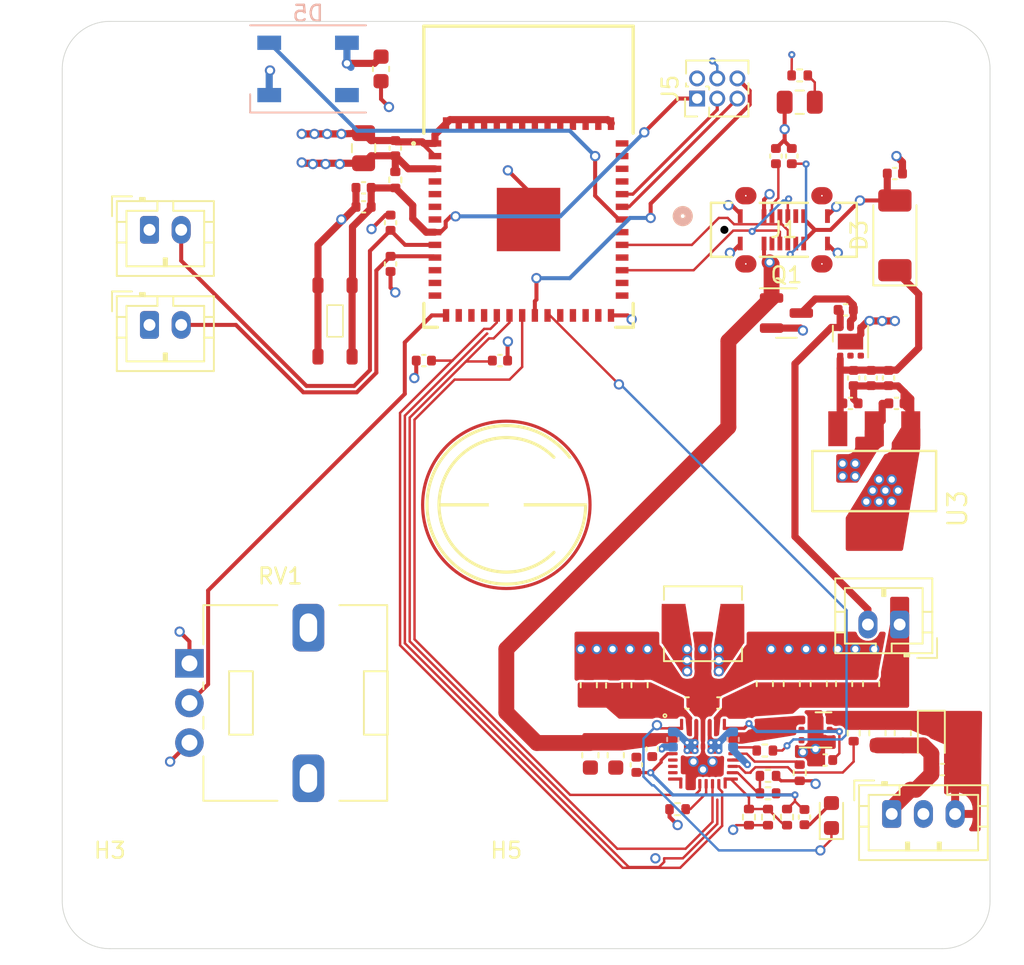
<source format=kicad_pcb>
(kicad_pcb (version 20221018) (generator pcbnew)
  (layers (0 "F.Cu" mixed) (1 "In1.Cu" power) (2 "In2.Cu" power) (31 "B.Cu" signal) (34 "B.Paste" user) (35 "F.Paste" user) (36 "B.SilkS" user "B.Silkscreen") (37 "F.SilkS" user "F.Silkscreen") (38 "B.Mask" user) (39 "F.Mask" user) (44 "Edge.Cuts" user))
  (net 0 "")
  (net 1 "/STAT")
  (net 2 "/VUSB")
  (net 3 "/BTST1")
  (net 4 "/REGN")
  (net 7 "/VAC")
  (net 8 "GND")
  (net 9 "/QON")
  (net 10 "/CE")
  (net 11 "/SCL")
  (net 12 "/SDA")
  (net 13 "/TS")
  (net 14 "/ILIM_HIZ")
  (net 15 "/BATP")
  (net 16 "/BTST2")
  (net 17 "/PROG")
  (net 18 "/INT")
  (net 19 "/VBAT")
  (net 20 "/SDRV")
  (net 21 "/VSYS")
  (net 22 "/SW2")
  (net 23 "/SW1")
  (net 24 "/PMID")
  (net 25 "/BAT+")
  (net 26 "/VBUS")
  (net 27 "+3.3V")
  (net 28 "/ESP_EN")
  (net 29 "/ADDRS_LED")
  (net 40 "/ESP_IO0")
  (net 46 "/POT")
  (net 47 "/D-")
  (net 48 "/DN_BTN")
  (net 49 "/D+")
  (net 50 "/UP_BTN")
  (net 51 "/ESP_RX")
  (net 52 "/ESP_TX")
  (net 54 "Net-(Q1-D)")
  (net 55 "/BC_INT")
  (net 56 "Net-(D2-A)")
  (net 58 "Net-(SW2-B)")
  (net 61 "Net-(D1-A)")
  (net 62 "Net-(J1-CC1)")
  (net 65 "Net-(J1-CC2)")
  (footprint "Resistor_SMD:R_0402_1005Metric" (layer "F.Cu") (at 173.3 106.7)
    (fp_text reference "R1" hide)
    (fp_text value "10k")
  )
  (footprint "Resistor_SMD:R_0402_1005Metric" (layer "F.Cu") (at 155.5 67 -90)
    (fp_text reference "R20" hide)
    (fp_text value "10k")
  )
  (footprint "Connector_PinHeader_1.27mm:PinHeader_2x03_P1.27mm_Vertical" (layer "F.Cu") (at 174.53 61.87 90)
    (fp_text reference "J5")
    (fp_text value "UART")
  )
  (footprint "Capacitor_SMD:C_0402_1005Metric" (layer "F.Cu") (at 173.9 100)
    (fp_text reference "C8" hide)
    (fp_text value ".1u")
  )
  (footprint "Connector_JST:JST_PH_B2B-PH-K_1x02_P2.00mm_Vertical" (layer "F.Cu") (at 140 76.15)
    (fp_text reference "J3" hide)
    (fp_text value "DN_BTN")
  )
  (footprint "Capacitor_SMD:C_0402_1005Metric" (layer "F.Cu") (at 155.2 72.3 -90)
    (fp_text reference "R14" hide)
    (fp_text value "100k")
  )
  (footprint "Capacitor_SMD:C_0603_1608Metric" (layer "F.Cu") (at 167.8 103.3 -90)
    (fp_text reference "C3" hide)
    (fp_text value "10u")
  )
  (footprint "Capacitor_SMD:C_0402_1005Metric" (layer "F.Cu") (at 155.2 69.7 90)
    (fp_text reference "R9" hide)
    (fp_text value "100k")
  )
  (footprint "Capacitor_SMD:C_0402_1005Metric" (layer "F.Cu") (at 187 66.6)
    (fp_text reference "R7" hide)
    (fp_text value "100k")
  )
  (footprint "Resistor_SMD:R_0402_1005Metric" (layer "F.Cu") (at 179 107.2 -90)
    (fp_text reference "R16" hide)
    (fp_text value "10k")
  )
  (footprint "Resistor_SMD:R_0402_1005Metric" (layer "F.Cu") (at 180.2 107.2 -90)
    (fp_text reference "R12" hide)
    (fp_text value "5.24k")
  )
  (footprint "Connector_JST:JST_PH_B3B-PH-K_1x03_P2.00mm_Vertical" (layer "F.Cu") (at 186.8 107)
    (fp_text reference "J4" hide)
    (fp_text value "Conn_01x03")
  )
  (footprint "Capacitor_SMD:C_0402_1005Metric" (layer "F.Cu") (at 182.6 103.6 180)
    (fp_text reference "C22" hide)
    (fp_text value "1n")
  )
  (footprint "Capacitor_SMD:C_0402_1005Metric" (layer "F.Cu") (at 162.1 78.4 180)
    (fp_text reference "R19" hide)
    (fp_text value "10k")
  )
  (footprint "Capacitor_SMD:C_0603_1608Metric" (layer "F.Cu") (at 183.8 98.8 90)
    (fp_text reference "C15" hide)
    (fp_text value "10u")
  )
  (footprint "Capacitor_SMD:C_0603_1608Metric" (layer "F.Cu") (at 167.7 98.875 90)
    (fp_text reference "C9" hide)
    (fp_text value "10u")
  )
  (footprint "Capacitor_SMD:C_0603_1608Metric" (layer "F.Cu") (at 180.5 98.8 90)
    (fp_text reference "C23" hide)
    (fp_text value "10u")
  )
  (footprint "Capacitor_SMD:C_0402_1005Metric" (layer "F.Cu") (at 184.2 81.1)
    (fp_text reference "C27" hide)
    (fp_text value "10u")
  )
  (footprint "Potentiometer_THT:Potentiometer_Alps_RK09L_Single_Vertical" (layer "F.Cu") (at 150 100)
    (fp_text reference "RV1")
    (fp_text value "R_Potentiometer")
  )
  (footprint "Capacitor_SMD:C_0805_2012Metric" (layer "F.Cu") (at 181 62.1)
    (fp_text reference "D2" hide)
    (fp_text value "LED")
  )
  (footprint "Capacitor_SMD:C_0402_1005Metric" (layer "F.Cu") (at 175.9 100 180)
    (fp_text reference "C12" hide)
    (fp_text value "0.1u")
  )
  (footprint "Switch:Tactile_5.5mmx2.85mm" (layer "F.Cu") (at 151.7 75.9 90)
    (fp_text reference "SW1" hide)
    (fp_text value "Reset")
  )
  (footprint "Capacitor_SMD:C_0603_1608Metric" (layer "F.Cu") (at 169.3 98.9 90)
    (fp_text reference "C11" hide)
    (fp_text value "10u")
  )
  (footprint "Capacitor_SMD:C_0402_1005Metric" (layer "F.Cu") (at 184.4 79.5 -90)
    (fp_text reference "C24" hide)
    (fp_text value "0.1u")
  )
  (footprint "LED_SMD:LED_0603_1608Metric" (layer "F.Cu") (at 183 107.1 90)
    (fp_text reference "D1" hide)
    (fp_text value "LED")
  )
  (footprint "Diode_SMD:D_SOD-128" (layer "F.Cu") (at 187 70.5 90)
    (fp_text reference "D3")
    (fp_text value "D_Schottky")
  )
  (footprint "ESP32MINI1N4:ESP32MINI1N4" (layer "F.Cu") (at 163.9 69.5)
    (fp_text reference "IC1" hide)
    (fp_text value "ESP32-C3-MINI-1-N4" hide)
  )
  (footprint "Resistor_SMD:R_0402_1005Metric" (layer "F.Cu") (at 181 60.41)
    (fp_text reference "R6" hide)
    (fp_text value "5.1k")
  )
  (footprint "Capacitor_SMD:C_0603_1608Metric" (layer "F.Cu") (at 178.8 98.8 90)
    (fp_text reference "C20" hide)
    (fp_text value "10u")
  )
  (footprint "Resistor_SMD:R_0402_1005Metric" (layer "F.Cu") (at 178.8 103 180)
    (fp_text reference "R2" hide)
    (fp_text value "10k")
  )
  (footprint "Lipo_Charger:BQ25792" (layer "F.Cu") (at 174.9 103.2)
    (fp_text reference "BQ25792RQMR1" hide)
    (fp_text value "~")
  )
  (footprint "Capacitor_SMD:C_0402_1005Metric" (layer "F.Cu") (at 155.5 65 90)
    (fp_text reference "C30" hide)
    (fp_text value "0.1u")
  )
  (footprint "Resistor_SMD:R_0402_1005Metric" (layer "F.Cu") (at 179 105.7)
    (fp_text reference "R11" hide)
    (fp_text value "127k")
  )
  (footprint "Capacitor_SMD:C_0603_1608Metric" (layer "F.Cu") (at 182.2 98.8 90)
    (fp_text reference "C18" hide)
    (fp_text value "10u")
  )
  (footprint "Resistor_SMD:R_0402_1005Metric" (layer "F.Cu") (at 184.4 101.9 90)
    (fp_text reference "R10" hide)
    (fp_text value "100")
  )
  (footprint "Capacitor_SMD:C_0603_1608Metric" (layer "F.Cu") (at 154.6 60 -90)
    (fp_text reference "C26" hide)
    (fp_text value "10u")
  )
  (footprint "Capacitor_SMD:C_0603_1608Metric" (layer "F.Cu") (at 185.5 98.8 90)
    (fp_text reference "C14" hide)
    (fp_text value "10u")
  )
  (footprint "Capacitor_SMD:C_0402_1005Metric" (layer "F.Cu") (at 170.7 103.9 90)
    (fp_text reference "C10" hide)
    (fp_text value "4.7u")
  )
  (footprint "Resistor_SMD:R_0402_1005Metric" (layer "F.Cu") (at 181 104.4 -90)
    (fp_text reference "R15" hide)
    (fp_text value "6.04k")
  )
  (footprint "Package_TO_SOT_SMD:SOT-23" (layer "F.Cu") (at 180.1625 75.4)
    (fp_text reference "Q1")
    (fp_text value "2N7002")
  )
  (footprint "Resistor_SMD:R_0402_1005Metric" (layer "F.Cu") (at 177.8 107.2 -90)
    (fp_text reference "R13" hide)
    (fp_text value "30.31k")
  )
  (footprint "Package_SON:WSON-6-1EP_2x2mm_P0.65mm_EP1x1.6mm" (layer "F.Cu") (at 182 101.7)
    (fp_text reference "U2" hide)
    (fp_text value "TPS22810DRV")
  )
  (footprint "Capacitor_SMD:C_0402_1005Metric" (layer "F.Cu") (at 153.5 68.7 180)
    (fp_text reference "C4" hide)
    (fp_text value "0.1u")
  )
  (footprint "Capacitor_SMD:C_0603_1608Metric" (layer "F.Cu") (at 187.5 101.9 -90)
    (fp_text reference "C16" hide)
    (fp_text value "10u")
  )
  (footprint "Capacitor_SMD:C_0402_1005Metric" (layer "F.Cu") (at 180.5 65.5 90)
    (fp_text reference "R4" hide)
    (fp_text value "5.1k")
  )
  (footprint "Inductor_SMD:L_Sunlord_MWSA0402S" (layer "F.Cu") (at 174.9 95 180)
    (fp_text reference "L1" hide)
    (fp_text value "1u")
  )
  (footprint "Capacitor_SMD:C_0402_1005Metric" (layer "F.Cu") (at 181.3 107.2 -90)
    (fp_text reference "R5" hide)
    (fp_text value "5.1k")
  )
  (footprint "Capacitor_SMD:C_0402_1005Metric" (layer "F.Cu") (at 179.5 65.5 90)
    (fp_text reference "R3" hide)
    (fp_text value "5.1k")
  )
  (footprint "Connector_JST:JST_PH_B2B-PH-K_1x02_P2.00mm_Vertical" (layer "F.Cu") (at 140 70.15)
    (fp_text reference "J2" hide)
    (fp_text value "UP_BTN")
  )
  (footprint "Capacitor_SMD:C_0402_1005Metric" (layer "F.Cu") (at 185.5 79.5 -90)
    (fp_text reference "C21" hide)
    (fp_text value "1u")
  )
  (footprint "Resistor_SMD:R_0402_1005Metric" (layer "F.Cu") (at 179 104.6)
    (fp_text reference "R17" hide)
    (fp_text value "100k")
  )
  (footprint "Connector_JST:JST_PH_B2B-PH-K_1x02_P2.00mm_Vertical" (layer "F.Cu") (at 187.3 95.05 180)
    (fp_text reference "SW2" hide)
    (fp_text value "SW_SPST")
  )
  (footprint "Capacitor_SMD:C_0805_2012Metric" (layer "F.Cu") (at 153.5 65 90)
    (fp_text reference "C29" hide)
    (fp_text value "22u")
  )
  (footprint "Package_SON:WSON-6-1EP_2x2mm_P0.65mm_EP1x1.6mm" (layer "F.Cu") (at 184.2 77.2 90)
    (fp_text reference "U1" hide)
    (fp_text value "TPS22810DRV")
  )
  (footprint "MountingHole:MountingHole_2.2mm_M2" (layer "F.Cu") (at 162.5 87.5)
    (fp_text reference "H4" hide)
    (fp_text value "MountingHole")
  )
  (footprint "MountingHole:MountingHole_2.2mm_M2" (layer "F.Cu") (at 137.5 87.5)
    (fp_text reference "H2" hide)
    (fp_text value "MountingHole")
  )
  (footprint "Capacitor_SMD:C_0402_1005Metric" (layer "F.Cu") (at 171.7 102.9 -90)
    (fp_text reference "C2" hide)
    (fp_text value "0.1u")
  )
  (footprint "MountingHole:MountingHole_2.2mm_M2" (layer "F.Cu") (at 162.5 112.5)
    (fp_text reference "H5")
    (fp_text value "MountingHole")
  )
  (footprint "MountingHole:MountingHole_2.2mm_M2" (layer "F.Cu") (at 137.5 112.5)
    (fp_text reference "H3")
    (fp_text value "MountingHole")
  )
  (footprint "Capacitor_SMD:C_0402_1005Metric" (layer "F.Cu") (at 153.5 67.5 180)
    (fp_text reference "C31" hide)
    (fp_text value "1u")
  )
  (footprint "MountingHole:MountingHole_2.2mm_M2" (layer "F.Cu") (at 190 60)
    (fp_text reference "H1" hide)
    (fp_text value "MountingHole")
  )
  (footprint "Capacitor_SMD:C_0402_1005Metric" (layer "F.Cu") (at 186.6 79.5 -90)
    (fp_text reference "C17" hide)
    (fp_text value "10u")
  )
  (footprint "Capacitor_SMD:C_0402_1005Metric" (layer "F.Cu") (at 157.3 78.4)
    (fp_text reference "R18" hide)
    (fp_text value "10k")
  )
  (footprint "Capacitor_SMD:C_0402_1005Metric" (layer "F.Cu") (at 190 104.2 180)
    (fp_text reference "C25" hide)
    (fp_text value "10uf")
  )
  (footprint "Capacitor_SMD:C_0603_1608Metric" (layer "F.Cu") (at 169.4 103.3 -90)
    (fp_text reference "C7" hide)
    (fp_text value "10u")
  )
  (footprint "Capacitor_SMD:C_0402_1005Metric" (layer "F.Cu") (at 187.1 81.1)
    (fp_text reference "C28" hide)
    (fp_text value "22u")
  )
  (footprint "AZ1117:SOT223" (layer "F.Cu") (at 185.7 86 -90)
    (fp_text reference "U3")
    (fp_text value "AZ1117-3.3")
  )
  (footprint "Capacitor_SMD:C_0402_1005Metric" (layer "F.Cu") (at 183.9 75.2 180)
    (fp_text reference "R8" hide)
    (fp_text value "100k")
  )
  (footprint "Diode_SMD:D_SOD-323F" (layer "F.Cu") (at 189.3 102.1 -90)
    (fp_text reference "D4" hide)
    (fp_text value "D_Zener")
  )
  (footprint "Capacitor_SMD:C_0603_1608Metric" (layer "F.Cu") (at 185.9 101.9 -90)
    (fp_text reference "C19" hide)
    (fp_text value "10u")
  )
  (footprint "footprints:CONN_GSB1CA11101DSHR_AMP" (layer "F.Cu") (at 180 70.150001)
    (fp_text reference "J1")
    (fp_text value "USB_C_Receptacle_USB2.0")
  )
  (footprint "Capacitor_SMD:C_0603_1608Metric" (layer "F.Cu") (at 170.9 98.875 90)
    (fp_text reference "C13" hide)
    (fp_text value "10u")
  )
  (footprint "Capacitor_SMD:C_0402_1005Metric" (layer "B.Cu") (at 176.8 102.3 -90)
    (fp_text reference "C6" hide)
    (fp_text value "47n")
  )
  (footprint "Capacitor_SMD:C_0402_1005Metric" (layer "B.Cu") (at 173 102.3 90)
    (fp_text reference "C5" hide)
    (fp_text value "47n")
  )
  (footprint "LED_SMD:LED_WS2812B_PLCC4_5.0x5.0mm_P3.2mm" (layer "B.Cu") (at 150 60 180)
    (fp_text reference "D5")
    (fp_text value "WS2812B")
  )
  (gr_circle (center 162.5 87.5) (end 167.7 88.4) (stroke (width 0.2)) (fill none) (layer "F.Cu"))
  (gr_line (start 167.5 87.5) (end 158.257362 87.499998) (stroke (width 0.2)) (layer "F.SilkS"))
  (gr_arc (start 167.499999 87.5) (mid 157.756586 89.081135) (end 166.499999 84.5) (stroke (width 0.2)) (layer "F.SilkS"))
  (gr_arc (start 165.499999 90.499999) (mid 158.257362 87.499998) (end 165.5 84.5) (stroke (width 0.2)) (layer "F.SilkS"))
  (gr_line (start 134.5 60) (end 134.5 112.5) (stroke (width 0.05)) (layer "Edge.Cuts"))
  (gr_line (start 193 112.5) (end 193 60) (stroke (width 0.05)) (layer "Edge.Cuts"))
  (gr_arc (start 190 57) (mid 192.12132 57.87868) (end 193 60) (stroke (width 0.05)) (layer "Edge.Cuts"))
  (gr_line (start 137.5 115.5) (end 190 115.5) (stroke (width 0.05)) (layer "Edge.Cuts"))
  (gr_arc (start 134.5 60) (mid 135.37868 57.87868) (end 137.5 57) (stroke (width 0.05)) (layer "Edge.Cuts"))
  (gr_line (start 190 57) (end 137.5 57) (stroke (width 0.05)) (layer "Edge.Cuts"))
  (gr_arc (start 137.5 115.5) (mid 135.37868 114.62132) (end 134.5 112.5) (stroke (width 0.05)) (layer "Edge.Cuts"))
  (gr_arc (start 193 112.5) (mid 192.12132 114.62132) (end 190 115.5) (stroke (width 0.05)) (layer "Edge.Cuts"))
  (segment (start 183 107.8875) (end 183 108.6) (width 0.154) (layer "F.Cu") (net 1))
  (segment (start 173.175 101.6) (end 172.2 101.6) (width 0.154) (layer "F.Cu") (net 1))
  (segment (start 183 108.6) (end 182.3 109.3) (width 0.154) (layer "F.Cu") (net 1))
  (segment (start 172.2 101.6) (end 172 101.4) (width 0.154) (layer "F.Cu") (net 1))
  (via (at 172 101.4) (size 0.65) (drill 0.4) (layers "F.Cu" "B.Cu") (net 1))
  (via (at 182.3 109.3) (size 0.65) (drill 0.4) (layers "F.Cu" "B.Cu") (net 1))
  (segment (start 175.9 109.3) (end 182.3 109.3) (width 0.154) (layer "B.Cu") (net 1))
  (segment (start 172 101.4) (end 171.148 102.252) (width 0.154) (layer "B.Cu") (net 1))
  (segment (start 171.8 105.2) (end 175.9 109.3) (width 0.154) (layer "B.Cu") (net 1))
  (segment (start 171.148 102.252) (end 171.148 104.648) (width 0.154) (layer "B.Cu") (net 1))
  (segment (start 171.148 104.648) (end 171.7 105.2) (width 0.154) (layer "B.Cu") (net 1))
  (segment (start 171.7 105.2) (end 171.8 105.2) (width 0.154) (layer "B.Cu") (net 1))
  (segment (start 179.225 72.325) (end 179.1 72.2) (width 1) (layer "F.Cu") (net 2))
  (segment (start 184.8 68.3) (end 187 68.3) (width 0.254) (layer "F.Cu") (net 2))
  (segment (start 176.5 82.6) (end 162.5 96.6) (width 1) (layer "F.Cu") (net 2))
  (segment (start 181.25 69.135) (end 181.25 69.4474) (width 0.254) (layer "F.Cu") (net 2))
  (segment (start 178.75 71.85) (end 178.75 70.865) (width 0.254) (layer "F.Cu") (net 2))
  (segment (start 179.225 74.45) (end 176.5 77.175) (width 1) (layer "F.Cu") (net 2))
  (segment (start 176.5 77.175) (end 176.5 82.6) (width 1) (layer "F.Cu") (net 2))
  (segment (start 181.25 69.4474) (end 181.9588 70.1562) (width 0.254) (layer "F.Cu") (net 2))
  (segment (start 179.1 72.2) (end 178.75 71.85) (width 0.254) (layer "F.Cu") (net 2))
  (segment (start 178.75 68.25) (end 178.75 69.135) (width 0.254) (layer "F.Cu") (net 2))
  (segment (start 162.5 96.6) (end 162.5 100.6) (width 1) (layer "F.Cu") (net 2))
  (segment (start 179.1 67.9) (end 178.75 68.25) (width 0.254) (layer "F.Cu") (net 2))
  (segment (start 186.52 66.6) (end 186.52 67.82) (width 0.45) (layer "F.Cu") (net 2))
  (segment (start 162.5 100.6) (end 164.425 102.525) (width 1) (layer "F.Cu") (net 2))
  (segment (start 181.25 70.865) (end 181.9588 70.1562) (width 0.254) (layer "F.Cu") (net 2))
  (segment (start 186.52 67.82) (end 187 68.3) (width 0.45) (layer "F.Cu") (net 2))
  (segment (start 179.225 74.45) (end 179.225 72.325) (width 1) (layer "F.Cu") (net 2))
  (segment (start 181.9588 70.1562) (end 182.9438 70.1562) (width 0.254) (layer "F.Cu") (net 2))
  (segment (start 164.425 102.525) (end 167.8 102.525) (width 1) (layer "F.Cu") (net 2))
  (segment (start 182.9438 70.1562) (end 184.8 68.3) (width 0.254) (layer "F.Cu") (net 2))
  (via (at 179.1 67.9) (size 0.65) (drill 0.4) (layers "F.Cu" "B.Cu") (net 2))
  (via (at 179.1 72.2) (size 0.65) (drill 0.4) (layers "F.Cu" "B.Cu") (net 2))
  (via (at 184.8 68.3) (size 0.65) (drill 0.4) (layers "F.Cu" "B.Cu") (net 2))
  (segment (start 172.4 102.8) (end 172.3 102.9) (width 0.2032) (layer "F.Cu") (net 3))
  (segment (start 173 102.8) (end 172.4 102.8) (width 0.2032) (layer "F.Cu") (net 3))
  (via (at 172.3 102.9) (size 0.45) (drill 0.2) (layers "F.Cu" "B.Cu") (net 3))
  (segment (start 173 102.78) (end 172.42 102.78) (width 0.45) (layer "B.Cu") (net 3))
  (segment (start 172.42 102.78) (end 172.3 102.9) (width 0.45) (layer "B.Cu") (net 3))
  (segment (start 180.7 106.2) (end 181.22 106.72) (width 0.154) (layer "F.Cu") (net 4))
  (segment (start 172.674015 103.2) (end 172.2616 103.612415) (width 0.2032) (layer "F.Cu") (net 4))
  (segment (start 172.2616 103.612415) (end 172.2616 103.7384) (width 0.2032) (layer "F.Cu") (net 4))
  (segment (start 171.62 104.38) (end 171.6 104.4) (width 0.2032) (layer "F.Cu") (net 4))
  (segment (start 181.22 106.72) (end 181.5 106.72) (width 0.154) (layer "F.Cu") (net 4))
  (segment (start 172.2616 103.7384) (end 171.62 104.38) (width 0.2032) (layer "F.Cu") (net 4))
  (segment (start 180.21 106.69) (end 180.7 106.2) (width 0.154) (layer "F.Cu") (net 4))
  (segment (start 180.7 105.8) (end 179.72 105.8) (width 0.2032) (layer "F.Cu") (net 4))
  (segment (start 179.72 105.8) (end 179.42 105.5) (width 0.2032) (layer "F.Cu") (net 4))
  (segment (start 180.2 106.69) (end 180.21 106.69) (width 0.154) (layer "F.Cu") (net 4))
  (segment (start 180.7 106.2) (end 180.7 105.8) (width 0.154) (layer "F.Cu") (net 4))
  (segment (start 173 103.2) (end 172.674015 103.2) (width 0.2032) (layer "F.Cu") (net 4))
  (segment (start 171.6 104.4) (end 170.7 104.38) (width 0.2032) (layer "F.Cu") (net 4))
  (via (at 180.7 105.8) (size 0.45) (drill 0.2) (layers "F.Cu" "B.Cu") (net 4))
  (via (at 171.6 104.4) (size 0.45) (drill 0.2) (layers "F.Cu" "B.Cu") (net 4))
  (segment (start 173 105.8) (end 171.6 104.4) (width 0.2032) (layer "B.Cu") (net 4))
  (segment (start 180.7 105.8) (end 173 105.8) (width 0.2032) (layer "B.Cu") (net 4))
  (segment (start 152.22 69.5) (end 153.02 68.7) (width 0.45) (layer "F.Cu") (net 8))
  (segment (start 179.51 104.6) (end 179.82 104.91) (width 0.2032) (layer "F.Cu") (net 8))
  (segment (start 158 64.7) (end 158 64.15) (width 0.45) (layer "F.Cu") (net 8))
  (segment (start 163.9 69.5) (end 163.9 67.7) (width 0.254) (layer "F.Cu") (net 8))
  (segment (start 156.5 64.6) (end 155.58 64.6) (width 0.45) (layer "F.Cu") (net 8))
  (segment (start 150.4 64.1) (end 149.6 64.1) (width 0.45) (layer "F.Cu") (net 8))
  (segment (start 183.3 71.6) (end 183.4 71.6) (width 0.254) (layer "F.Cu") (net 8))
  (segment (start 155.68 64.7) (end 158 64.7) (width 0.254) (layer "F.Cu") (net 8))
  (segment (start 177.25 71.05) (end 176.7 71.6) (width 0.254) (layer "F.Cu") (net 8))
  (segment (start 184.85 76.75) (end 184.85 76.35) (width 0.45) (layer "F.Cu") (net 8))
  (segment (start 170.15 75.55) (end 170.4 75.8) (width 0.254) (layer "F.Cu") (net 8))
  (segment (start 149.6 64.1) (end 149.65 64.05) (width 0.45) (layer "F.Cu") (net 8))
  (segment (start 176.7 71.6) (end 176.6 71.6) (width 0.254) (layer "F.Cu") (net 8))
  (segment (start 179.82 104.91) (end 181 104.91) (width 0.2032) (layer "F.Cu") (net 8))
  (segment (start 183.3 68.7) (end 183.185 68.7) (width 0.254) (layer "F.Cu") (net 8))
  (segment (start 187.58 81.18) (end 188 81.6) (width 0.45) (layer "F.Cu") (net 8))
  (segment (start 188.325 105.475) (end 189.3 104.5) (width 1) (layer "F.Cu") (net 8))
  (segment (start 151.2 64.1) (end 150.4 64.1) (width 0.45) (layer "F.Cu") (net 8))
  (segment (start 182.75 71.05) (end 183.3 71.6) (width 0.254) (layer "F.Cu") (net 8))
  (segment (start 154.6 61.9) (end 155.1 62.4) (width 0.254) (layer "F.Cu") (net 8))
  (segment (start 176.715 68.6) (end 177.25 69.135) (width 0.254) (layer "F.Cu") (net 8))
  (segment (start 177.25 70.865) (end 177.25 71.05) (width 0.254) (layer "F.Cu") (net 8))
  (segment (start 189.3 104.5) (end 189.3 103.2) (width 1) (layer "F.Cu") (net 8))
  (segment (start 180.05 64.47) (end 179.5 65.02) (width 0.254) (layer "F.Cu") (net 8))
  (segment (start 153.02 68.7) (end 153.02 67.5) (width 0.45) (layer "F.Cu") (net 8))
  (segment (start 176.6 71.7) (end 176.7 71.6) (width 0.254) (layer "F.Cu") (net 8))
  (segment (start 187.975 105.475) (end 188.325 105.475) (width 1) (layer "F.Cu") (net 8))
  (segment (start 172.79 106.7) (end 172.79 107.19) (width 0.254) (layer "F.Cu") (net 8))
  (segment (start 153.97 64.52) (end 153.5 64.05) (width 0.45) (layer "F.Cu") (net 8))
  (segment (start 155.58 64.6) (end 155.5 64.52) (width 0.45) (layer "F.Cu") (net 8))
  (segment (start 158.95 63.2) (end 168.88995 63.2) (width 0.45) (layer "F.Cu") (net 8))
  (segment (start 180.05 62.1) (end 180.05 64.47) (width 0.254) (layer "F.Cu") (net 8))
  (segment (start 157.2 64.6) (end 156.5 64.6) (width 0.45) (layer "F.Cu") (net 8))
  (segment (start 154.6 60.775) (end 154.6 61.9) (width 0.254) (layer "F.Cu") (net 8))
  (segment (start 188.775 102.675) (end 189.3 103.2) (width 1) (layer "F.Cu") (net 8))
  (segment (start 181.05 76.35) (end 181.2 76.5) (width 0.45) (layer "F.Cu") (net 8))
  (segment (start 186.2 75.9) (end 187 75.9) (width 0.45) (layer "F.Cu") (net 8))
  (segment (start 185.4 75.9) (end 186.2 75.9) (width 0.45) (layer "F.Cu") (net 8))
  (segment (start 183.4 71.6) (end 183.4 71.7) (width 0.254) (layer "F.Cu") (net 8))
  (segment (start 153.5 64.05) (end 152.1 64.1) (width 0.45) (layer "F.Cu") (net 8))
  (segment (start 180.05 64.57) (end 180.5 65.02) (width 0.254) (layer "F.Cu") (net 8))
  (segment (start 187.5 102.675) (end 188.775 102.675) (width 1) (layer "F.Cu") (net 8))
  (segment (start 158 64.7) (end 157.3 64.7) (width 0.45) (layer "F.Cu") (net 8))
  (segment (start 176.99 107.71) (end 176.8 108) (width 0.154) (layer "F.Cu") (net 8))
  (segment (start 185.9 102.675) (end 187.5 102.675) (width 1) (layer "F.Cu") (net 8))
  (segment (start 155.5 64.52) (end 155.68 64.7) (width 0.254) (layer "F.Cu") (net 8))
  (segment (start 180.05 64.47) (end 180.05 64.57) (width 0.254) (layer "F.Cu") (net 8))
  (segment (start 184.42 80) (end 187.2 80) (width 0.45) (layer "F.Cu") (net 8))
  (segment (start 188 80.8) (end 188 81.6) (width 0.45) (layer "F.Cu") (net 8))
  (segment (start 183.3 68.7) (end 182.75 69.25) (width 0.254) (layer "F.Cu") (net 8))
  (segment (start 181 104.91) (end 181.81 104.91) (width 0.2032) (layer "F.Cu") (net 8))
  (segment (start 176.6 71.6) (end 176.6 71.7) (width 0.254) (layer "F.Cu") (net 8))
  (segment (start 176.5 68.6) (end 176.715 68.6) (width 0.254) (layer "F.Cu") (net 8))
  (segment (start 157.1 64.6) (end 156.5 64.6) (width 0.254) (layer "F.Cu") (net 8))
  (segment (start 184.2 77.4) (end 184.85 76.75) (width 0.45) (layer "F.Cu") (net 8))
  (segment (start 187.48 65.88) (end 187.1 65.5) (width 0.45) (layer "F.Cu") (net 8))
  (segment (start 152.1 69.62) (end 152.1 69.5) (width 0.45) (layer "F.Cu") (net 8))
  (segment (start 181.81 104.91) (end 182 105.1) (width 0.2032) (layer "F.Cu") (net 8))
  (segment (start 187.6 80.4) (end 188 80.8) (width 0.45) (layer "F.Cu") (net 8))
  (segment (start 177.8 107.71) (end 179 107.71) (width 0.154) (layer "F.Cu") (net 8))
  (segment (start 187.58 81.1) (end 187.58 81.18) (width 0.45) (layer "F.Cu") (net 8))
  (segment (start 168.88995 63.2) (end 169.119975 63.430025) (width 0.45) (layer "F.Cu") (net 8))
  (segment (start 158 65.5) (end 157.1 64.6) (width 0.254) (layer "F.Cu") (net 8))
  (segment (start 155.5 64.52) (end 153.97 64.52) (width 0.45) (layer "F.Cu") (net 8))
  (segment (start 158 64.15) (end 158.7 63.45) (width 0.45) (layer "F.Cu") (net 8))
  (segment (start 183.4 71.7) (end 183.3 71.6) (width 0.254) (layer "F.Cu") (net 8))
  (segment (start 184.4 79.98) (end 184.42 80) (width 0.45) (layer "F.Cu") (net 8))
  (segment (start 187.58 80.42) (end 187.6 80.4) (width 0.45) (layer "F.Cu") (net 8))
  (segment (start 172.79 107.19) (end 173.3 107.7) (width 0.254) (layer "F.Cu") (net 8))
  (segment (start 179.225 76.35) (end 181.05 76.35) (width 0.45) (layer "F.Cu") (net 8))
  (segment (start 152.1 69.5) (end 152.22 69.5) (width 0.45) (layer "F.Cu") (net 8))
  (segment (start 150.625 71.095) (end 152.1 69.62) (width 0.45) (layer "F.Cu") (net 8))
  (segment (start 142.5 102.5) (end 141.3 103.7) (width 0.254) (layer "F.Cu") (net 8))
  (segment (start 177.8 107.71) (end 176.99 107.71) (width 0.154) (layer "F.Cu") (net 8))
  (segment (start 184.85 76.35) (end 185.3 75.9) (width 0.45) (layer "F.Cu") (net 8))
  (segment (start 186.8 106.65) (end 187.975 105.475) (width 1) (layer "F.Cu") (net 8))
  (segment (start 176.8 108) (end 176.8 107.9) (width 0.154) (layer "F.Cu") (net 8))
  (segment (start 169.1 75.55) (end 170.15 75.55) (width 0.254) (layer "F.Cu") (net 8))
  (segment (start 187.58 81.1) (end 187.58 80.42) (width 0.45) (layer "F.Cu") (net 8))
  (segment (start 152.1 64.1) (end 151.2 64.1) (width 0.45) (layer "F.Cu") (net 8))
  (segment (start 158.7 63.45) (end 158.95 63.2) (width 0.45) (layer "F.Cu") (net 8))
  (segment (start 188 81.6) (end 188 82.7) (width 0.45) (layer "F.Cu") (net 8))
  (segment (start 187.2 80) (end 187.6 80.4) (width 0.45) (layer "F.Cu") (net 8))
  (segment (start 157.3 64.7) (end 157.2 64.6) (width 0.45) (layer "F.Cu") (net 8))
  (segment (start 163.9 67.7) (end 162.6 66.4) (width 0.254) (layer "F.Cu") (net 8))
  (segment (start 150.625 73.65) (end 150.625 78.15) (width 0.45) (layer "F.Cu") (net 8))
  (segment (start 187.48 66.6) (end 187.48 65.88) (width 0.45) (layer "F.Cu") (net 8))
  (segment (start 142.52 102.5) (end 142.5 102.5) (width 0.254) (layer "F.Cu") (net 8))
  (segment (start 185.3 75.9) (end 185.4 75.9) (width 0.45) (layer "F.Cu") (net 8))
  (segment (start 184.68 81.1) (end 184.4 80.82) (width 0.45) (layer "F.Cu") (net 8))
  (segment (start 184.4 80.82) (end 184.4 79.98) (width 0.45) (layer "F.Cu") (net 8))
  (segment (start 150.625 73.65) (end 150.625 71.095) (width 0.45) (layer "F.Cu") (net 8))
  (segment (start 182.75 70.865) (end 182.75 71.05) (width 0.254) (layer "F.Cu") (net 8))
  (via (at 185.6 86.6) (size 0.65) (drill 0.4) (layers "F.Cu" "B.Cu") (net 8))
  (via (at 187.2 86.6) (size 0.65) (drill 0.4) (layers "F.Cu" "B.Cu") (net 8))
  (via (at 141.3 103.7) (size 0.65) (drill 0.4) (layers "F.Cu" "B.Cu") (net 8))
  (via (at 169.2 96.6) (size 0.65) (drill 0.4) (layers "F.Cu" "B.Cu") (net 8))
  (via (at 152.1 64.1) (size 0.65) (drill 0.4) (layers "F.Cu" "B.Cu") (net 8))
  (via (at 174.9 104.2) (size 0.65) (drill 0.4) (layers "F.Cu" "B.Cu") (net 8))
  (via (at 167.2 96.6) (size 0.65) (drill 0.4) (layers "F.Cu" "B.Cu") (net 8))
  (via (at 186 87.3) (size 0.65) (drill 0.4) (layers "F.Cu" "B.Cu") (net 8))
  (via (at 149.6 64.1) (size 0.65) (drill 0.4) (layers "F.Cu" "B.Cu") (net 8))
  (via (at 171.9 109.8) (size 0.65) (drill 0.4) (layers "F.Cu" "B.Cu") (net 8))
  (via (at 171.4 96.6) (size 0.65) (drill 0.4) (layers "F.Cu" "B.Cu") (net 8))
  (via (at 182.4 96.6) (size 0.65) (drill 0.4) (layers "F.Cu" "B.Cu") (net 8))
  (via (at 187.1 65.5) (size 0.65) (drill 0.4) (layers "F.Cu" "B.Cu") (net 8))
  (via (at 182 102.9) (size 0.65) (drill 0.4) (layers "F.Cu" "B.Cu") (net 8))
  (via (at 183.3 68.7) (size 0.65) (drill 0.4) (layers "F.Cu" "B.Cu") (net 8))
  (via (at 150.4 64.1) (size 0.65) (drill 0.4) (layers "F.Cu" "B.Cu") (net 8))
  (via (at 181.2 103.1) (size 0.65) (drill 0.4) (layers "F.Cu" "B.Cu") (net 8))
  (via (at 152.1 69.5) (size 0.65) (drill 0.4) (layers "F.Cu" "B.Cu") (net 8))
  (via (at 147.6 60.1) (size 0.65) (drill 0.4) (layers "F.Cu" "B.Cu") (net 8))
  (via (at 176.8 108) (size 0.65) (drill 0.4) (layers "F.Cu" "B.Cu") (net 8))
  (via (at 181.4 96.6) (size 0.65) (drill 0.4) (layers "F.Cu" "B.Cu") (net 8))
  (via (at 185.7 96.6) (size 0.65) (drill 0.4) (layers "F.Cu" "B.Cu") (net 8))
  (via (at 180.05 63.8) (size 0.65) (drill 0.4) (layers "F.Cu" "B.Cu") (net 8))
  (via (at 185.2 87.3) (size 0.65) (drill 0.4) (layers "F.Cu" "B.Cu") (net 8))
  (via (at 184.5035 96.6) (size 0.65) (drill 0.4) (layers "F.Cu" "B.Cu") (net 8))
  (via (at 175.5 103.7) (size 0.65) (drill 0.4) (layers "F.Cu" "B.Cu") (net 8))
  (via (at 168.2 96.6) (size 0.65) (drill 0.4) (layers "F.Cu" "B.Cu") (net 8))
  (via (at 186 85.9) (size 0.65) (drill 0.4) (layers "F.Cu" "B.Cu") (net 8))
  (via (at 173.3 107.7) (size 0.65) (drill 0.4) (layers "F.Cu" "B.Cu") (net 8))
  (via (at 180.3 96.6) (size 0.65) (drill 0.4) (layers "F.Cu" "B.Cu") (net 8))
  (via (at 174.3 103.7) (size 0.65) (drill 0.4) (layers "F.Cu" "B.Cu") (net 8))
  (via (at 151.2 64.1) (size 0.65) (drill 0.4) (layers "F.Cu" "B.Cu") (net 8))
  (via (at 186.8 85.9) (size 0.65) (drill 0.4) (layers "F.Cu" "B.Cu") (net 8))
  (via (at 179.2 96.6) (size 0.65) (drill 0.4) (layers "F.Cu" "B.Cu") (net 8))
  (via (at 155.1 62.4) (size 0.65) (drill 0.4) (layers "F.Cu" "B.Cu") (net 8))
  (via (at 181.2 76.5) (size 0.65) (drill 0.4) (layers "F.Cu" "B.Cu") (net 8))
  (via (at 174.9 96.6) (size 0.65) (drill 0.4) (layers "F.Cu" "B.Cu") (net 8))
  (via (at 162.6 66.4) (size 0.65) (drill 0.4) (layers "F.Cu" "B.Cu") (net 8))
  (via (at 183.4005 96.6) (size 0.65) (drill 0.4) (layers "F.Cu" "B.Cu") (net 8))
  (via (at 170.4 75.8) (size 0.65) (drill 0.4) (layers "F.Cu" "B.Cu") (net 8))
  (via (at 186.4 86.6) (size 0.65) (drill 0.4) (layers "F.Cu" "B.Cu") (net 8))
  (via (at 186.2 75.9) (size 0.65) (drill 0.4) (layers "F.Cu" "B.Cu") (net 8))
  (via (at 170.3 96.6) (size 0.65) (drill 0.4) (layers "F.Cu" "B.Cu") (net 8))
  (via (at 176.6 71.6) (size 0.65) (drill 0.4) (layers "F.Cu" "B.Cu") (net 8))
  (via (at 185.4 75.9) (size 0.65) (drill 0.4) (layers "F.Cu" "B.Cu") (net 8))
  (via (at 182 105.1) (size 0.65) (drill 0.4) (layers "F.Cu" "B.Cu") (net 8))
  (via (at 183.4 71.6) (size 0.65) (drill 0.4) (layers "F.Cu" "B.Cu") (net 8))
  (via (at 175.5 59.5) (size 0.45) (drill 0.2) (layers "F.Cu" "B.Cu") (net 8))
  (via (at 187 75.9) (size 0.65) (drill 0.4) (layers "F.Cu" "B.Cu") (net 8))
  (via (at 176.5 68.6) (size 0.65) (drill 0.4) (layers "F.Cu" "B.Cu") (net 8))
  (via (at 186.8 87.3) (size 0.65) (drill 0.4) (layers "F.Cu" "B.Cu") (net 8))
  (segment (start 147.55 60.15) (end 147.6 60.1) (width 0.45) (layer "B.Cu") (net 8))
  (segment (start 175.8 59.8) (end 175.5 59.5) (width 0.154) (layer "B.Cu") (net 8))
  (segment (start 147.55 61.65) (end 147.55 60.15) (width 0.45) (layer "B.Cu") (net 8))
  (segment (start 175.8 60.6) (end 175.8 59.8) (width 0.154) (layer "B.Cu") (net 8))
  (segment (start 159.23976 79.6) (end 162.7 79.6) (width 0.154) (layer "F.Cu") (net 9))
  (segment (start 163.5 78.8) (end 163.5 75.55) (width 0.154) (layer "F.Cu") (net 9))
  (segment (start 166.52992 105.8) (end 156.712 95.98208) (width 0.154) (layer "F.Cu") (net 9))
  (segment (start 174.7 105.5) (end 174.4 105.8) (width 0.154) (layer "F.Cu") (net 9))
  (segment (start 174.4 105.8) (end 166.52992 105.8) (width 0.154) (layer "F.Cu") (net 9))
  (segment (start 162.7 79.6) (end 163.5 78.8) (width 0.154) (layer "F.Cu") (net 9))
  (segment (start 156.712 95.98208) (end 156.712 82.12776) (width 0.154) (layer "F.Cu") (net 9))
  (segment (start 156.712 82.12776) (end 159.23976 79.6) (width 0.154) (layer "F.Cu") (net 9))
  (segment (start 174.7 105.1) (end 174.7 105.5) (width 0.154) (layer "F.Cu") (net 9))
  (segment (start 173.6 106.69) (end 174.11 106.69) (width 0.154) (layer "F.Cu") (net 10))
  (segment (start 175.1 105.7) (end 175.1 105.1) (width 0.154) (layer "F.Cu") (net 10))
  (segment (start 174.11 106.69) (end 175.1 105.7) (width 0.154) (layer "F.Cu") (net 10))
  (segment (start 162.7 75.55) (end 162.7 76) (width 0.154) (layer "F.Cu") (net 11))
  (segment (start 173.804 109.196) (end 175.5 107.5) (width 0.154) (layer "F.Cu") (net 11))
  (segment (start 159.95492 78.45492) (end 156.408 82.00184) (width 0.154) (layer "F.Cu") (net 11))
  (segment (start 161.6 78.5) (end 161.55492 78.45492) (width 0.154) (layer "F.Cu") (net 11))
  (segment (start 161.40984 77) (end 159.95492 78.45492) (width 0.154) (layer "F.Cu") (net 11))
  (segment (start 162.7 76) (end 161.7 77) (width 0.154) (layer "F.Cu") (net 11))
  (segment (start 175.5 107.5) (end 175.5 105.1) (width 0.154) (layer "F.Cu") (net 11))
  (segment (start 156.408 96.108) (end 169.496 109.196) (width 0.154) (layer "F.Cu") (net 11))
  (segment (start 161.55492 78.45492) (end 159.95492 78.45492) (width 0.154) (layer "F.Cu") (net 11))
  (segment (start 156.408 82.00184) (end 156.408 96.108) (width 0.154) (layer "F.Cu") (net 11))
  (segment (start 161.7 77) (end 161.40984 77) (width 0.154) (layer "F.Cu") (net 11))
  (segment (start 169.496 109.196) (end 173.804 109.196) (width 0.154) (layer "F.Cu") (net 11))
  (segment (start 173.45984 110.4) (end 176.108 107.75184) (width 0.154) (layer "F.Cu") (net 12))
  (segment (start 170.22208 110.352) (end 156.104 96.23392) (width 0.154) (layer "F.Cu") (net 12))
  (segment (start 175.8 107.62992) (end 175.804 107.62592) (width 0.154) (layer "F.Cu") (net 12))
  (segment (start 175.804 107.62592) (end 175.804 106.096) (width 0.154) (layer "F.Cu") (net 12))
  (segment (start 172.452 109.8) (end 172.452 110.028646) (width 0.154) (layer "F.Cu") (net 12))
  (segment (start 156.104 81.87592) (end 161.27992 76.7) (width 0.154) (layer "F.Cu") (net 12))
  (segment (start 176.108 107.75184) (end 176.108 105.599737) (width 0.154) (layer "F.Cu") (net 12))
  (segment (start 173.62992 109.8) (end 172.452 109.8) (width 0.154) (layer "F.Cu") (net 12))
  (segment (start 159.1 78.4) (end 157.78 78.4) (width 0.154) (layer "F.Cu") (net 12))
  (segment (start 175.8 107.62992) (end 173.62992 109.8) (width 0.154) (layer "F.Cu") (net 12))
  (segment (start 156.104 96.23392) (end 156.104 81.87592) (width 0.154) (layer "F.Cu") (net 12))
  (segment (start 172.128646 110.352) (end 170.22208 110.352) (width 0.154) (layer "F.Cu") (net 12))
  (segment (start 161.5 76.4) (end 161.1 76.4) (width 0.154) (layer "F.Cu") (net 12))
  (segment (start 175.8 107.62992) (end 175.8 107.6) (width 0.154) (layer "F.Cu") (net 12))
  (segment (start 172.452 110.028646) (end 172.128646 110.352) (width 0.154) (layer "F.Cu") (net 12))
  (segment (start 176.108 105.599737) (end 175.9 105.391737) (width 0.154) (layer "F.Cu") (net 12))
  (segment (start 161.1 76.4) (end 159.1 78.4) (width 0.154) (layer "F.Cu") (net 12))
  (segment (start 175.9 105.391737) (end 175.9 105.1) (width 0.154) (layer "F.Cu") (net 12))
  (segment (start 155.8 96.359841) (end 169.840159 110.4) (width 0.154) (layer "F.Cu") (net 12))
  (segment (start 161.27992 76.7) (end 161.3 76.7) (width 0.154) (layer "F.Cu") (net 12))
  (segment (start 155.8 81.7) (end 155.8 96.359841) (width 0.154) (layer "F.Cu") (net 12))
  (segment (start 169.840159 110.4) (end 173.45984 110.4) (width 0.154) (layer "F.Cu") (net 12))
  (segment (start 159.125 78.375) (end 155.8 81.7) (width 0.154) (layer "F.Cu") (net 12))
  (segment (start 161.9 76) (end 161.5 76.4) (width 0.154) (layer "F.Cu") (net 12))
  (segment (start 161.9 75.55) (end 161.9 76) (width 0.154) (layer "F.Cu") (net 12))
  (segment (start 180.02 107.71) (end 179 106.69) (width 0.154) (layer "F.Cu") (net 13))
  (segment (start 176.65 104.8) (end 177.8 105.95) (width 0.154) (layer "F.Cu") (net 13))
  (segment (start 177.8 105.95) (end 177.8 106.69) (width 0.154) (layer "F.Cu") (net 13))
  (segment (start 180.2 107.71) (end 180.02 107.71) (width 0.154) (layer "F.Cu") (net 13))
  (segment (start 179 106.69) (end 177.8 106.69) (width 0.154) (layer "F.Cu") (net 13))
  (segment (start 176.75 104.4) (end 177.091737 104.4) (width 0.154) (layer "F.Cu") (net 14))
  (segment (start 178.29 105.598263) (end 178.29 105.6) (width 0.154) (layer "F.Cu") (net 14))
  (segment (start 177.091737 104.4) (end 178.29 105.598263) (width 0.154) (layer "F.Cu") (net 14))
  (segment (start 178.3 105.6) (end 178.4 105.5) (width 0.2032) (layer "F.Cu") (net 14))
  (segment (start 178.49 105.7) (end 178.49 104.6) (width 0.154) (layer "F.Cu") (net 14))
  (segment (start 177.9 104.4) (end 177.9 104.358055) (width 0.154) (layer "F.Cu") (net 15))
  (segment (start 180.253 104.053) (end 180.587 104.387) (width 0.154) (layer "F.Cu") (net 15))
  (segment (start 177.180312 104) (end 177.580312 104.4) (width 0.154) (layer "F.Cu") (net 15))
  (segment (start 180.587 104.387) (end 183.713 104.387) (width 0.154) (layer "F.Cu") (net 15))
  (segment (start 177.9 104.358055) (end 178.205055 104.053) (width 0.154) (layer "F.Cu") (net 15))
  (segment (start 177.580312 104.4) (end 177.9 104.4) (width 0.154) (layer "F.Cu") (net 15))
  (segment (start 176.775 104) (end 177.180312 104) (width 0.154) (layer "F.Cu") (net 15))
  (segment (start 183.713 104.387) (end 184.4 103.7) (width 0.154) (layer "F.Cu") (net 15))
  (segment (start 184.4 103.7) (end 184.4 102.41) (width 0.154) (layer "F.Cu") (net 15))
  (segment (start 178.205055 104.053) (end 180.253 104.053) (width 0.154) (layer "F.Cu") (net 15))
  (segment (start 177.703778 103.884241) (end 177.419537 103.6) (width 0.2032) (layer "F.Cu") (net 16))
  (segment (start 177.419537 103.6) (end 176.7625 103.6) (width 0.2032) (layer "F.Cu") (net 16))
  (via (at 177.703778 103.884241) (size 0.45) (drill 0.2) (layers "F.Cu" "B.Cu") (net 16))
  (segment (start 177.703778 103.884241) (end 176.8 102.980463) (width 0.45) (layer "B.Cu") (net 16))
  (segment (start 176.8 102.980463) (end 176.8 102.78) (width 0.45) (layer "B.Cu") (net 16))
  (segment (start 178.158055 103.7) (end 180.81 103.7) (width 0.154) (layer "F.Cu") (net 17))
  (segment (start 180.81 103.7) (end 181 103.89) (width 0.154) (layer "F.Cu") (net 17))
  (segment (start 176.8 103.2) (end 177.658055 103.2) (width 0.154) (layer "F.Cu") (net 17))
  (segment (start 177.658055 103.2) (end 178.158055 103.7) (width 0.154) (layer "F.Cu") (net 17))
  (segment (start 176.8 102.8) (end 178.09 102.8) (width 0.154) (layer "F.Cu") (net 18))
  (segment (start 178.09 102.8) (end 178.29 103) (width 0.154) (layer "F.Cu") (net 18))
  (segment (start 178.29 103) (end 178.29 103.2) (width 0.154) (layer "F.Cu") (net 18))
  (segment (start 183.5 103.18) (end 183.5 101.8) (width 0.154) (layer "F.Cu") (net 20))
  (segment (start 183.4 101.7) (end 183.5 101.8) (width 0.2032) (layer "F.Cu") (net 20))
  (segment (start 177.5 101.6) (end 176.625 101.6) (width 0.2032) (layer "F.Cu") (net 20))
  (segment (start 183.08 103.6) (end 183.5 103.18) (width 0.154) (layer "F.Cu") (net 20))
  (segment (start 182.8875 101.7) (end 183.4 101.7) (width 0.2032) (layer "F.Cu") (net 20))
  (segment (start 177.8 101.3) (end 177.5 101.6) (width 0.2032) (layer "F.Cu") (net 20))
  (via (at 183.5 101.8) (size 0.45) (drill 0.2) (layers "F.Cu" "B.Cu") (net 20))
  (via (at 177.8 101.3) (size 0.45) (drill 0.2) (layers "F.Cu" "B.Cu") (net 20))
  (segment (start 178.3 101.8) (end 183.5 101.8) (width 0.2032) (layer "B.Cu") (net 20))
  (segment (start 177.8 101.3) (end 178.3 101.8) (width 0.2032) (layer "B.Cu") (net 20))
  (via (at 175.9 102.5) (size 0.45) (drill 0.2) (layers "F.Cu" "B.Cu") (net 22))
  (via (at 175.4 102.5) (size 0.45) (drill 0.2) (layers "F.Cu" "B.Cu") (net 22))
  (via (at 175.4 103) (size 0.45) (drill 0.2) (layers "F.Cu" "B.Cu") (net 22))
  (via (at 175.9 98) (size 0.65) (drill 0.4) (layers "F.Cu" "B.Cu") (net 22))
  (via (at 175.9 96.6) (size 0.65) (drill 0.4) (layers "F.Cu" "B.Cu") (net 22))
  (via (at 175.9 103) (size 0.45) (drill 0.2) (layers "F.Cu" "B.Cu") (net 22))
  (via (at 175.9 97.3) (size 0.65) (drill 0.4) (layers "F.Cu" "B.Cu") (net 22))
  (segment (start 175.9 103) (end 175.9 102.5) (width 0.45) (layer "B.Cu") (net 22))
  (segment (start 176.58 101.82) (end 175.4 103) (width 0.45) (layer "B.Cu") (net 22))
  (segment (start 176.8 101.82) (end 176.58 101.82) (width 0.45) (layer "B.Cu") (net 22))
  (segment (start 175.4 102.5) (end 175.9 102.5) (width 0.45) (layer "B.Cu") (net 22))
  (via (at 173.9 103) (size 0.45) (drill 0.2) (layers "F.Cu" "B.Cu") (net 23))
  (via (at 173.9 97.3) (size 0.65) (drill 0.4) (layers "F.Cu" "B.Cu") (net 23))
  (via (at 174.4 102.5) (size 0.45) (drill 0.2) (layers "F.Cu" "B.Cu") (net 23))
  (via (at 174.4 103) (size 0.45) (drill 0.2) (layers "F.Cu" "B.Cu") (net 23))
  (via (at 173.9 96.6) (size 0.65) (drill 0.4) (layers "F.Cu" "B.Cu") (net 23))
  (via (at 173.9 102.5) (size 0.45) (drill 0.2) (layers "F.Cu" "B.Cu") (net 23))
  (via (at 174.4 103) (size 0.45) (drill 0.2) (layers "F.Cu" "B.Cu") (net 23))
  (via (at 173.9 98) (size 0.65) (drill 0.4) (layers "F.Cu" "B.Cu") (net 23))
  (segment (start 173 101.82) (end 173.22 101.82) (width 0.45) (layer "B.Cu") (net 23))
  (segment (start 173.9 102.5) (end 174.4 103) (width 0.45) (layer "B.Cu") (net 23))
  (segment (start 173.9 102.5) (end 174.4 102.5) (width 0.45) (layer "B.Cu") (net 23))
  (segment (start 173.22 101.82) (end 173.9 102.5) (width 0.45) (layer "B.Cu") (net 23))
  (segment (start 188.5 74.2) (end 188.5 77.6) (width 0.45) (layer "F.Cu") (net 26))
  (segment (start 187.1 79) (end 183.65 79) (width 0.45) (layer "F.Cu") (net 26))
  (segment (start 183.4 81.9) (end 183.4 82.7) (width 0.45) (layer "F.Cu") (net 26))
  (segment (start 188.5 77.6) (end 187.1 79) (width 0.45) (layer "F.Cu") (net 26))
  (segment (start 187 72.7) (end 188.5 74.2) (width 0.45) (layer "F.Cu") (net 26))
  (segment (start 183.65 79) (end 183.55 78.9) (width 0.45) (layer "F.Cu") (net 26))
  (segment (start 183.55 81.55) (end 183.55 78.2875) (width 0.45) (layer "F.Cu") (net 26))
  (segment (start 183.4 82.7) (end 183.05 82.35) (width 0.45) (layer "F.Cu") (net 26))
  (segment (start 151.1 66) (end 151.05 65.95) (width 0.45) (layer "F.Cu") (net 27))
  (segment (start 153.97 65.48) (end 153.5 65.95) (width 0.45) (layer "F.Cu") (net 27))
  (segment (start 149.65 65.95) (end 149.6 65.9) (width 0.45) (layer "F.Cu") (net 27))
  (segment (start 158 66.3) (end 156.32 66.3) (width 0.45) (layer "F.Cu") (net 27))
  (segment (start 152 66) (end 151.95 65.95) (width 0.45) (layer "F.Cu") (net 27))
  (segment (start 180.49 60.41) (end 180.5 59.1) (width 0.154) (layer "F.Cu") (net 27))
  (segment (start 142.52 96.12) (end 141.9 95.5) (width 0.254) (layer "F.Cu") (net 27))
  (segment (start 155.2 69.22) (end 154.88 69.22) (width 0.254) (layer "F.Cu") (net 27))
  (segment (start 162.58 78.4) (end 162.58 77.22) (width 0.254) (layer "F.Cu") (net 27))
  (segment (start 150.25 65.95) (end 149.65 65.95) (width 0.45) (layer "F.Cu") (net 27))
  (segment (start 151.05 65.95) (end 150.35 65.95) (width 0.45) (layer "F.Cu") (net 27))
  (segment (start 180.5 59.1) (end 180.49 59.11) (width 0.154) (layer "F.Cu") (net 27))
  (segment (start 154.88 69.22) (end 154 70.1) (width 0.254) (layer "F.Cu") (net 27))
  (segment (start 155.2 72.8) (end 155.2 73.8) (width 0.254) (layer "F.Cu") (net 27))
  (segment (start 186.2 82.2) (end 185.7 82.7) (width 0.45) (layer "F.Cu") (net 27))
  (segment (start 151.95 65.95) (end 151.15 65.95) (width 0.45) (layer "F.Cu") (net 27))
  (segment (start 155.2 73.8) (end 155.5 74.1) (width 0.254) (layer "F.Cu") (net 27))
  (segment (start 153.5 65.95) (end 152.05 65.95) (width 0.45) (layer "F.Cu") (net 27))
  (segment (start 154.175 59.65) (end 154.6 59.225) (width 0.45) (layer "F.Cu") (net 27))
  (segment (start 186.62 81.1) (end 186.2 81.1) (width 0.45) (layer "F.Cu") (net 27))
  (segment (start 156.32 66.3) (end 155.5 65.48) (width 0.45) (layer "F.Cu") (net 27))
  (segment (start 142.52 97.5) (end 142.52 96.12) (width 0.254) (layer "F.Cu") (net 27))
  (segment (start 186.2 81.1) (end 186.2 82.2) (width 0.45) (layer "F.Cu") (net 27))
  (segment (start 150.35 65.95) (end 150.3 66) (width 0.45) (layer "F.Cu") (net 27))
  (segment (start 150.3 66) (end 150.25 65.95) (width 0.45) (layer "F.Cu") (net 27))
  (segment (start 156.82 78.4) (end 156.82 79.38) (width 0.254) (layer "F.Cu") (net 27))
  (segment (start 151.15 65.95) (end 151.1 66) (width 0.45) (layer "F.Cu") (net 27))
  (segment (start 162.58 77.22) (end 162.6 77.2) (width 0.254) (layer "F.Cu") (net 27))
  (segment (start 155.5 66.49) (end 155.5 65.48) (width 0.45) (layer "F.Cu") (net 27))
  (segment (start 152.45 59.65) (end 154.175 59.65) (width 0.45) (layer "F.Cu") (net 27))
  (segment (start 152.05 65.95) (end 152 66) (width 0.45) (layer "F.Cu") (net 27))
  (segment (start 156.82 79.38) (end 156.7 79.5) (width 0.254) (layer "F.Cu") (net 27))
  (segment (start 155.2 72.78) (end 155.2 72.8) (width 0.254) (layer "F.Cu") (net 27))
  (segment (start 155.5 65.48) (end 153.97 65.48) (width 0.45) (layer "F.Cu") (net 27))
  (via (at 156.7 79.5) (size 0.65) (drill 0.4) (layers "F.Cu" "B.Cu") (net 27))
  (via (at 152.45 59.65) (size 0.65) (drill 0.4) (layers "F.Cu" "B.Cu") (net 27))
  (via (at 152 66) (size 0.65) (drill 0.4) (layers "F.Cu" "B.Cu") (net 27))
  (via (at 155.5 74.1) (size 0.65) (drill 0.4) (layers "F.Cu" "B.Cu") (net 27))
  (via (at 184.5 84.9) (size 0.65) (drill 0.4) (layers "F.Cu" "B.Cu") (net 27))
  (via (at 184.5 85.7) (size 0.65) (drill 0.4) (layers "F.Cu" "B.Cu") (net 27))
  (via (at 183.7 84.9) (size 0.65) (drill 0.4) (layers "F.Cu" "B.Cu") (net 27))
  (via (at 154 70.1) (size 0.65) (drill 0.4) (layers "F.Cu" "B.Cu") (net 27))
  (via (at 180.5 59.1) (size 0.45) (drill 0.2) (layers "F.Cu" "B.Cu") (net 27))
  (via (at 149.6 65.9) (size 0.65) (drill 0.4) (layers "F.Cu" "B.Cu") (net 27))
  (via (at 183.7 85.7) (size 0.65) (drill 0.4) (layers "F.Cu" "B.Cu") (net 27))
  (via (at 162.6 77.2) (size 0.65) (drill 0.4) (layers "F.Cu" "B.Cu") (net 27))
  (via (at 150.3 66) (size 0.65) (drill 0.4) (layers "F.Cu" "B.Cu") (net 27))
  (via (at 141.9 95.5) (size 0.65) (drill 0.4) (layers "F.Cu" "B.Cu") (net 27))
  (via (at 151.1 66) (size 0.65) (drill 0.4) (layers "F.Cu" "B.Cu") (net 27))
  (segment (start 152.45 58.35) (end 152.45 59.65) (width 0.45) (layer "B.Cu") (net 27))
  (segment (start 152.7 59.9) (end 152.45 59.65) (width 0.45) (layer "B.Cu") (net 27))
  (segment (start 152.775 73.65) (end 152.775 78.15) (width 0.45) (layer "F.Cu") (net 28))
  (segment (start 158.677 69.623) (end 159 69.3) (width 0.254) (layer "F.Cu") (net 28))
  (segment (start 153.98 68.77832) (end 152.8 69.95832) (width 0.45) (layer "F.Cu") (net 28))
  (segment (start 156.6 69.45) (end 156.6 68.61) (width 0.45) (layer "F.Cu") (net 28))
  (segment (start 156.6 68.61) (end 155.5 67.51) (width 0.45) (layer "F.Cu") (net 28))
  (segment (start 157.45 70.3) (end 156.6 69.45) (width 0.45) (layer "F.Cu") (net 28))
  (segment (start 158 70.3) (end 158.354 70.3) (width 0.254) (layer "F.Cu") (net 28))
  (segment (start 152.8 69.95832) (end 152.8 73.625) (width 0.45) (layer "F.Cu") (net 28))
  (segment (start 152.8 73.625) (end 152.775 73.65) (width 0.45) (layer "F.Cu") (net 28))
  (segment (start 153.99 67.51) (end 153.98 67.5) (width 0.45) (layer "F.Cu") (net 28))
  (segment (start 158 70.3) (end 157.45 70.3) (width 0.45) (layer "F.Cu") (net 28))
  (segment (start 153.98 67.5) (end 153.98 68.7) (width 0.45) (layer "F.Cu") (net 28))
  (segment (start 155.5 67.51) (end 153.99 67.51) (width 0.45) (layer "F.Cu") (net 28))
  (segment (start 159 69.3) (end 159.3 69.3) (width 0.254) (layer "F.Cu") (net 28))
  (segment (start 153.98 68.7) (end 153.98 68.77832) (width 0.45) (layer "F.Cu") (net 28))
  (segment (start 158.354 70.3) (end 158.677 69.977) (width 0.254) (layer "F.Cu") (net 28))
  (segment (start 158.677 69.977) (end 158.677 69.623) (width 0.254) (layer "F.Cu") (net 28))
  (segment (start 174.53 61.87) (end 173.33 61.87) (width 0.254) (layer "F.Cu") (net 28))
  (segment (start 173.33 61.87) (end 171.2 64) (width 0.254) (layer "F.Cu") (net 28))
  (via (at 171.2 64) (size 0.65) (drill 0.4) (layers "F.Cu" "B.Cu") (net 28))
  (via (at 159.3 69.3) (size 0.65) (drill 0.4) (layers "F.Cu" "B.Cu") (net 28))
  (segment (start 165.9 69.3) (end 171.2 64) (width 0.254) (layer "B.Cu") (net 28))
  (segment (start 159.3 69.3) (end 165.9 69.3) (width 0.254) (layer "B.Cu") (net 28))
  (segment (start 169.6 69.5) (end 168.1 68) (width 0.254) (layer "F.Cu") (net 29))
  (segment (start 168.1 68) (end 168.1 65.5) (width 0.254) (layer "F.Cu") (net 29))
  (segment (start 169.8 69.5) (end 169.6 69.5) (width 0.254) (layer "F.Cu") (net 29))
  (via (at 168.1 65.5) (size 0.65) (drill 0.4) (layers "F.Cu" "B.Cu") (net 29))
  (segment (start 166.5 63.9) (end 153.1 63.9) (width 0.254) (layer "B.Cu") (net 29))
  (segment (start 168.1 65.5) (end 166.5 63.9) (width 0.254) (layer "B.Cu") (net 29))
  (segment (start 153.1 63.9) (end 147.55 58.35) (width 0.254) (layer "B.Cu") (net 29))
  (segment (start 164.4 73.2) (end 164.4 74.55) (width 0.254) (layer "F.Cu") (net 40))
  (segment (start 164.4 74.55) (end 164.3 74.65) (width 0.254) (layer "F.Cu") (net 40))
  (segment (start 177.847 62.253) (end 177.847 61.377) (width 0.254) (layer "F.Cu") (net 40))
  (segment (start 164.3 74.65) (end 164.3 75.55) (width 0.254) (layer "F.Cu") (net 40))
  (segment (start 171.6 69.4) (end 171.6 68.5) (width 0.254) (layer "F.Cu") (net 40))
  (segment (start 171.6 68.5) (end 177.847 62.253) (width 0.254) (layer "F.Cu") (net 40))
  (segment (start 177.847 61.377) (end 177.07 60.6) (width 0.254) (layer "F.Cu") (net 40))
  (via (at 164.4 73.2) (size 0.65) (drill 0.4) (layers "F.Cu" "B.Cu") (net 40))
  (via (at 171.6 69.4) (size 0.65) (drill 0.4) (layers "F.Cu" "B.Cu") (net 40))
  (segment (start 171.6 69.4) (end 170.3 69.4) (width 0.254) (layer "B.Cu") (net 40))
  (segment (start 166.5 73.2) (end 164.4 73.2) (width 0.254) (layer "B.Cu") (net 40))
  (segment (start 170.3 69.4) (end 166.5 73.2) (width 0.254) (layer "B.Cu") (net 40))
  (segment (start 158.7 75.55) (end 157.8 75.55) (width 0.254) (layer "F.Cu") (net 46))
  (segment (start 156.098 77.252) (end 156.098 80.502) (width 0.254) (layer "F.Cu") (net 46))
  (segment (start 156.098 80.502) (end 143.697 92.903) (width 0.254) (layer "F.Cu") (net 46))
  (segment (start 157.8 75.55) (end 156.098 77.252) (width 0.254) (layer "F.Cu") (net 46))
  (segment (start 143.697 92.903) (end 143.697 98.823) (width 0.254) (layer "F.Cu") (net 46))
  (segment (start 143.697 98.823) (end 142.52 100) (width 0.254) (layer "F.Cu") (net 46))
  (segment (start 179.6708 70.2) (end 176.809052 70.2) (width 0.154) (layer "F.Cu") (net 47))
  (segment (start 180.25 68.25) (end 180.3 68.2) (width 0.154) (layer "F.Cu") (net 47))
  (segment (start 179.75 70.2792) (end 179.6708 70.2) (width 0.154) (layer "F.Cu") (net 47))
  (segment (start 174.309052 72.7) (end 169.8 72.7) (width 0.154) (layer "F.Cu") (net 47))
  (segment (start 180.25 69.135) (end 180.25 68.25) (width 0.154) (layer "F.Cu") (net 47))
  (segment (start 176.809052 70.2) (end 174.309052 72.7) (width 0.154) (layer "F.Cu") (net 47))
  (segment (start 179.75 70.865) (end 179.75 70.2792) (width 0.154) (layer "F.Cu") (net 47))
  (via (at 180.3 68.2) (size 0.45) (drill 0.2) (layers "F.Cu" "B.Cu") (net 47))
  (via (at 178 70.2515) (size 0.45) (drill 0.2) (layers "F.Cu" "B.Cu") (net 47))
  (segment (start 179.9515 68.3) (end 180.2 68.3) (width 0.154) (layer "B.Cu") (net 47))
  (segment (start 178 70.2515) (end 179.9515 68.3) (width 0.154) (layer "B.Cu") (net 47))
  (segment (start 180.2 68.3) (end 180.3 68.2) (width 0.154) (layer "B.Cu") (net 47))
  (segment (start 145.45 76.15) (end 142 76.15) (width 0.254) (layer "F.Cu") (net 48))
  (segment (start 154.304 72.716) (end 154.304 79.167342) (width 0.254) (layer "F.Cu") (net 48))
  (segment (start 157.92 71.82) (end 155.2 71.82) (width 0.254) (layer "F.Cu") (net 48))
  (segment (start 149.704 80.404) (end 145.45 76.15) (width 0.254) (layer "F.Cu") (net 48))
  (segment (start 153.067342 80.404) (end 149.704 80.404) (width 0.254) (layer "F.Cu") (net 48))
  (segment (start 155.2 71.82) (end 154.304 72.716) (width 0.254) (layer "F.Cu") (net 48))
  (segment (start 158 71.9) (end 157.92 71.82) (width 0.254) (layer "F.Cu") (net 48))
  (segment (start 154.304 79.167342) (end 153.067342 80.404) (width 0.254) (layer "F.Cu") (net 48))
  (segment (start 179.75 69.6732) (end 179.75 69.135) (width 0.154) (layer "F.Cu") (net 49))
  (segment (start 176.459052 69.4) (end 175.9 69.4) (width 0.154) (layer "F.Cu") (net 49))
  (segment (start 174.2 71.1) (end 169.8 71.1) (width 0.154) (layer "F.Cu") (net 49))
  (segment (start 179.8768 69.8) (end 176.859052 69.8) (width 0.154) (layer "F.Cu") (net 49))
  (segment (start 180.25 70.1732) (end 180.0884 70.0116) (width 0.154) (layer "F.Cu") (net 49))
  (segment (start 176.859052 69.8) (end 176.459052 69.4) (width 0.154) (layer "F.Cu") (net 49))
  (segment (start 180.0884 70.0116) (end 179.8768 69.8) (width 0.154) (layer "F.Cu") (net 49))
  (segment (start 180.0884 70.0116) (end 179.75 69.6732) (width 0.154) (layer "F.Cu") (net 49))
  (segment (start 175.9 69.4) (end 174.2 71.1) (width 0.154) (layer "F.Cu") (net 49))
  (segment (start 180.25 70.865) (end 180.25 70.1732) (width 0.154) (layer "F.Cu") (net 49))
  (segment (start 155.2 70.18) (end 153.9 71.48) (width 0.254) (layer "F.Cu") (net 50))
  (segment (start 153.9 79) (end 152.9 80) (width 0.254) (layer "F.Cu") (net 50))
  (segment (start 158 71.1) (end 156.12 71.1) (width 0.254) (layer "F.Cu") (net 50))
  (segment (start 142 72.1) (end 142 70.15) (width 0.254) (layer "F.Cu") (net 50))
  (segment (start 153.9 71.48) (end 153.9 79) (width 0.254) (layer "F.Cu") (net 50))
  (segment (start 152.9 80) (end 149.9 80) (width 0.254) (layer "F.Cu") (net 50))
  (segment (start 149.9 80) (end 142 72.1) (width 0.254) (layer "F.Cu") (net 50))
  (segment (start 156.12 71.1) (end 155.2 70.18) (width 0.254) (layer "F.Cu") (net 50))
  (segment (start 170.24 68.7) (end 177.07 61.87) (width 0.2032) (layer "F.Cu") (net 51))
  (segment (start 169.8 68.7) (end 170.24 68.7) (width 0.2032) (layer "F.Cu") (net 51))
  (segment (start 175.8 62.577106) (end 170.477106 67.9) (width 0.2032) (layer "F.Cu") (net 52))
  (segment (start 175.8 61.87) (end 175.8 62.577106) (width 0.2032) (layer "F.Cu") (net 52))
  (segment (start 170.477106 67.9) (end 169.8 67.9) (width 0.2032) (layer "F.Cu") (net 52))
  (segment (start 184.015 74.515) (end 184.38 74.88) (width 0.45) (layer "F.Cu") (net 54))
  (segment (start 181.985 74.515) (end 184.015 74.515) (width 0.45) (layer "F.Cu") (net 54))
  (segment (start 184.38 75.72) (end 184.2 75.9) (width 0.45) (layer "F.Cu") (net 54))
  (segment (start 184.38 75.2) (end 184.38 75.72) (width 0.45) (layer "F.Cu") (net 54))
  (segment (start 184.2 75.9) (end 184.2 76.3125) (width 0.45) (layer "F.Cu") (net 54))
  (segment (start 181.1 75.4) (end 181.985 74.515) (width 0.45) (layer "F.Cu") (net 54))
  (segment (start 184.38 74.88) (end 184.38 75.2) (width 0.45) (layer "F.Cu") (net 54))
  (segment (start 179.9 103) (end 180.2 102.7) (width 0.154) (layer "F.Cu") (net 55))
  (segment (start 179.31 103) (end 179.9 103) (width 0.154) (layer "F.Cu") (net 55))
  (segment (start 169.6 79.9) (end 165.1 75.4) (width 0.154) (layer "F.Cu") (net 55))
  (via (at 180.2 102.7) (size 0.45) (drill 0.2) (layers "F.Cu" "B.Cu") (net 55))
  (via (at 169.6 79.9) (size 0.65) (drill 0.4) (layers "F.Cu" "B.Cu") (net 55))
  (segment (start 169.6 79.9) (end 169.7 79.9) (width 0.154) (layer "B.Cu") (net 55))
  (segment (start 169.7 79.9) (end 183.952 94.152) (width 0.154) (layer "B.Cu") (net 55))
  (segment (start 180.6 102.3) (end 180.2 102.7) (width 0.154) (layer "B.Cu") (net 55))
  (segment (start 183.952 101.987225) (end 183.639225 102.3) (width 0.154) (layer "B.Cu") (net 55))
  (segment (start 183.952 94.152) (end 183.952 101.987225) (width 0.154) (layer "B.Cu") (net 55))
  (segment (start 183.639225 102.3) (end 180.6 102.3) (width 0.154) (layer "B.Cu") (net 55))
  (segment (start 181.51 60.41) (end 181.95 60.85) (width 0.154) (layer "F.Cu") (net 56))
  (segment (start 181.95 60.85) (end 181.95 62.1) (width 0.154) (layer "F.Cu") (net 56))
  (segment (start 183.55 75.33) (end 183.55 76.3125) (width 0.45) (layer "F.Cu") (net 58))
  (segment (start 183.42 75.2) (end 183.55 75.33) (width 0.45) (layer "F.Cu") (net 58))
  (segment (start 180.7 78.6) (end 180.7 89.5) (width 0.45) (layer "F.Cu") (net 58))
  (segment (start 180.7 89.5) (end 185.3 94.1) (width 0.45) (layer "F.Cu") (net 58))
  (segment (start 183.55 76.3125) (end 182.9875 76.3125) (width 0.45) (layer "F.Cu") (net 58))
  (segment (start 185.3 94.1) (end 185.3 95.05) (width 0.45) (layer "F.Cu") (net 58))
  (segment (start 182.9875 76.3125) (end 180.7 78.6) (width 0.45) (layer "F.Cu") (net 58))
  (segment (start 181.3 107.68) (end 181.6325 107.68) (width 0.2032) (layer "F.Cu") (net 61))
  (segment (start 181.6325 107.68) (end 183 106.3125) (width 0.2032) (layer "F.Cu") (net 61))
  (segment (start 179.5 65.98) (end 179.652 66.132) (width 0.154) (layer "F.Cu") (net 62))
  (segment (start 179.652 68.147199) (end 179.249999 68.5492) (width 0.154) (layer "F.Cu") (net 62))
  (segment (start 179.652 66.132) (end 179.652 68.147199) (width 0.154) (layer "F.Cu") (net 62))
  (segment (start 179.249999 68.5492) (end 179.249999 69.135) (width 0.154) (layer "F.Cu") (net 62))
  (segment (start 180.5 65.98) (end 181.38 65.98) (width 0.154) (layer "F.Cu") (net 65))
  (segment (start 180.4 71.6985) (end 180.750001 71.348499) (width 0.154) (layer "F.Cu") (net 65))
  (segment (start 181.38 65.98) (end 181.4 66) (width 0.154) (layer "F.Cu") (net 65))
  (segment (start 180.750001 71.348499) (end 180.750001 70.865) (width 0.154) (layer "F.Cu") (net 65))
  (via (at 180.4 71.6985) (size 0.45) (drill 0.2) (layers "F.Cu" "B.Cu") (net 65))
  (via (at 181.4 66) (size 0.45) (drill 0.2) (layers "F.Cu" "B.Cu") (net 65))
  (segment (start 180.4 71.6985) (end 181.4 70.6985) (width 0.154) (layer "B.Cu") (net 65))
  (segment (start 181.4 70.6985) (end 181.4 66) (width 0.154) (layer "B.Cu") (net 65))
  (zone (net 22) (net_name "/SW2") (layer "F.Cu") (priority 4) (connect_pads yes (clearance 0.127)) (min_thickness 0.25) (fill yes (thermal_gap 0.5) (thermal_bridge_width 0.5) (island_removal_mode 1) (island_area_min 10))
    (polygon (pts (xy 175.6 98.3) (xy 175.6 96.3) (xy 176 93.8) (xy 177.5 93.8) (xy 177.5 96.2) (xy 176.1 98.3)))
  )
  (zone (net 24) (net_name "/PMID") (layer "F.Cu") (priority 1) (connect_pads yes (clearance 0.127)) (min_thickness 0.25) (fill yes (thermal_gap 0.5) (thermal_bridge_width 0.5) (island_removal_mode 1) (island_area_min 10))
    (polygon (pts (xy 174.3 102.194483) (xy 174.3 100.994483) (xy 173.7 100.294483) (xy 173.7 99.694483) (xy 171.6 98.694483) (xy 167 98.694483) (xy 167 100.294483) (xy 168.8 100.294483) (xy 169.6 100.994483) (xy 173.8 100.994483) (xy 173.9 102.194483)))
  )
  (zone (net 21) (net_name "/VSYS") (layer "F.Cu") (priority 1) (connect_pads yes (clearance 0.127)) (min_thickness 0.25) (fill yes (thermal_gap 0.5) (thermal_bridge_width 0.5) (island_removal_mode 1) (island_area_min 10))
    (polygon (pts (xy 175.5 102.2) (xy 175.5 101) (xy 176.1 100.3) (xy 176.1 99.7) (xy 178.2 98.7) (xy 186 98.7) (xy 186.7 95) (xy 186.7 93.3) (xy 187.9 93.3) (xy 187.9 94.9) (xy 187.9 100.3) (xy 186 100.3) (xy 181 100.3) (xy 180.2 101) (xy 176 101) (xy 175.9 102.2)))
  )
  (zone (net 8) (net_name "GND") (layer "F.Cu") (priority 3) (connect_pads yes (clearance 0.5)) (min_thickness 0.25) (fill yes (thermal_gap 0.5) (thermal_bridge_width 0.5))
    (polygon (pts (xy 187.4 82.6) (xy 188.6 82.6) (xy 188.6 83.9) (xy 187.5 90.4) (xy 183.9 90.4) (xy 183.9 88.3)))
  )
  (zone (net 2) (net_name "/VUSB") (layer "F.Cu") (priority 5) (connect_pads yes (clearance 0.127)) (min_thickness 0.25) (fill yes (thermal_gap 0.5) (thermal_bridge_width 0.5) (island_removal_mode 1) (island_area_min 10))
    (polygon (pts (xy 173.3 101.9) (xy 173.3 102.5) (xy 172 102.7) (xy 169.8 103) (xy 167.3 103) (xy 167.3 101.9)))
  )
  (zone (net 27) (net_name "+3.3V") (layer "F.Cu") (priority 2) (connect_pads yes (clearance 0.5)) (min_thickness 0.25) (fill yes (thermal_gap 0.5) (thermal_bridge_width 0.5))
    (polygon (pts (xy 186.3 82.7) (xy 186.3 83.9) (xy 184.9 86.1) (xy 183.3 86.1) (xy 183.3 83.2) (xy 185.1 83.199057) (xy 185.1 82.7)))
  )
  (zone (net 22) (net_name "/SW2") (layer "F.Cu") (priority 15) (connect_pads yes (clearance 0.127)) (min_thickness 0.25) (fill yes (thermal_gap 0.5) (thermal_bridge_width 0.5) (island_removal_mode 1) (island_area_min 10))
    (polygon (pts (xy 175.2 101) (xy 175.5 101) (xy 175.5 102) (xy 176.1 102.3) (xy 176.1 103.2) (xy 175.2 103.2)))
  )
  (zone (net 23) (net_name "/SW1") (layer "F.Cu") (priority 4) (connect_pads yes (clearance 0.127)) (min_thickness 0.25) (fill yes (thermal_gap 0.5) (thermal_bridge_width 0.5) (island_removal_mode 1) (island_area_min 10))
    (polygon (pts (xy 174.2 98.3) (xy 174.2 96.3) (xy 173.8 93.8) (xy 172.3 93.8) (xy 172.3 96.2) (xy 173.7 98.3)))
  )
  (zone (net 25) (net_name "/BAT+") (layer "F.Cu") (priority 6) (connect_pads yes (clearance 0.127)) (min_thickness 0.25) (fill yes (thermal_gap 0.5) (thermal_bridge_width 0.5) (island_removal_mode 1) (island_area_min 10))
    (polygon (pts (xy 190.1 108.1) (xy 190.1 102.6) (xy 188 101.7) (xy 183.8 101.7) (xy 182.6 101.3) (xy 182.6 100.5) (xy 192.5 100.5) (xy 192.4 108.1)))
  )
  (zone (net 23) (net_name "/SW1") (layer "F.Cu") (priority 15) (connect_pads yes (clearance 0.127)) (min_thickness 0.25) (fill yes (thermal_gap 0.5) (thermal_bridge_width 0.5) (island_removal_mode 1) (island_area_min 10))
    (polygon (pts (xy 174.6 101) (xy 174.3 101) (xy 174.3 102) (xy 173.7 102.3) (xy 173.7 103.2) (xy 174.6 103.2)))
  )
  (zone (net 19) (net_name "/VBAT") (layer "F.Cu") (priority 7) (connect_pads yes (clearance 0.127)) (min_thickness 0.25) (fill yes (thermal_gap 0.5) (thermal_bridge_width 0.5) (island_removal_mode 1) (island_area_min 10))
    (polygon (pts (xy 181 100.8) (xy 178.2 101) (xy 177.1 101.8) (xy 176.5 101.8) (xy 176.5 102.6) (xy 177.2 102.6) (xy 180.9 102) (xy 180.9 101.4) (xy 181.4 101.4) (xy 181.4 100.8)))
  )
  (zone (net 8) (net_name "GND") (layer "F.Cu") (connect_pads yes (clearance 0.127)) (min_thickness 0.25) (fill yes (thermal_gap 0.5) (thermal_bridge_width 0.5))
    (polygon (pts (xy 174.9 105.5) (xy 174.9 104.7) (xy 176.2 104.7) (xy 176.3 100.9) (xy 181.5 100.9) (xy 181.5 102.5) (xy 180.7 102.5) (xy 180.7 104) (xy 181.7 104) (xy 182.6 104) (xy 182.6 102.9) (xy 183.3 102.9) (xy 183.3 102) (xy 182.5 102) (xy 182.5 100.9) (xy 186.7 100.9) (xy 186.7 95.5) (xy 166.8 95.5) (xy 166.8 98.7) (xy 171.6 98.694483) (xy 173.7 99.694483) (xy 173.5 100.9) (xy 173.5 104.5) (xy 173.8 104.5) (xy 173.8 105.5)))
  )
  (zone (net 0) (net_name "") (layers "F.Cu" "In1.Cu" "In2.Cu" "B.Cu") (connect_pads (clearance 0)) (min_thickness 0.25)
    (keepout (tracks not_allowed) (vias not_allowed) (pads not_allowed) (copperpour not_allowed) (footprints not_allowed))
    (fill (thermal_gap 0.5) (thermal_bridge_width 0.5))
    (polygon (pts (xy 156 57) (xy 158.5 62) (xy 169.5 62) (xy 172 57)))
  )
)
</source>
